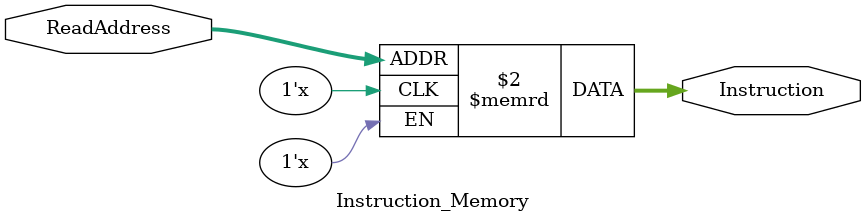
<source format=v>
module Instruction_Memory ( ReadAddress , Instruction );

input [31:0] ReadAddress ;

output reg [31:0] Instruction ;

reg [31:0] iMemory [0:1023];

always@(ReadAddress)
begin

Instruction <= iMemory[ReadAddress];

end

endmodule

</source>
